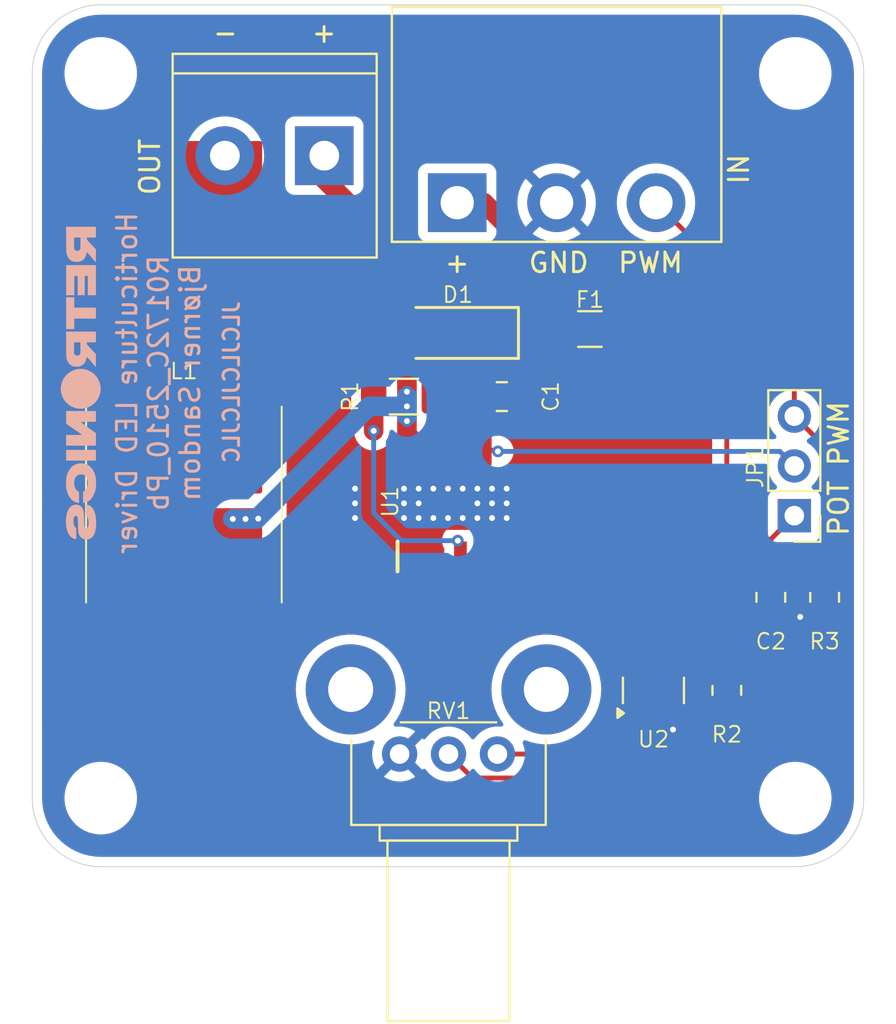
<source format=kicad_pcb>
(kicad_pcb (version 20240108) (generator "pcbnew") (generator_version "8.0")
  (layers (0 "F.Cu" signal) (31 "B.Cu" signal) (34 "B.Paste" user) (35 "F.Paste" user) (36 "B.SilkS" user "B.Silkscreen") (37 "F.SilkS" user "F.Silkscreen") (38 "B.Mask" user) (39 "F.Mask" user) (44 "Edge.Cuts" user))
  (net 0 "")
  (net 1 "GND")
  (net 2 "VDC")
  (net 3 "Net-(U2-K)")
  (net 4 "Net-(D1-A)")
  (net 6 "PWM")
  (net 7 "Net-(JP1-A)")
  (net 8 "Net-(JP1-C)")
  (net 9 "Net-(J2-Pin_1)")
  (net 10 "/OUT-")
  (net 11 "/OUT+")
  (footprint "Retronics_Passives:Potentiometer_Bourns_PTV09A-2_Single_Horizontal" (layer "F.Cu") (at 118.775 82.25 -90)
    (property "Reference" "RV1" (at -2.2 -2.5 180) (layer "F.SilkS") (effects (font (size 0.8 0.8) (thickness 0.1))))
    (property "Value" "10kΩ")
    (fp_line (start -0.745 2.47) (end 3.62 2.47) (stroke (width 0.12)) (layer "F.SilkS"))
    (fp_line (start 3.62 1.02) (end 4.42 1.02) (stroke (width 0.12)) (layer "F.SilkS"))
    (fp_line (start 4.42 0.62) (end 13.62 0.62) (stroke (width 0.12)) (layer "F.SilkS"))
    (fp_line (start -1.62 -4.944) (end -1.62 -0.055) (stroke (width 0.12)) (layer "F.SilkS"))
    (fp_line (start 4.42 -5.62) (end 4.42 0.62) (stroke (width 0.12)) (layer "F.SilkS"))
    (fp_line (start 4.42 -5.62) (end 13.62 -5.62) (stroke (width 0.12)) (layer "F.SilkS"))
    (fp_line (start 13.62 -5.62) (end 13.62 0.62) (stroke (width 0.12)) (layer "F.SilkS"))
    (fp_line (start 3.62 -6.02) (end 3.62 1.02) (stroke (width 0.12)) (layer "F.SilkS"))
    (fp_line (start 3.62 -6.02) (end 4.42 -6.02) (stroke (width 0.12)) (layer "F.SilkS"))
    (fp_line (start 4.42 -6.02) (end 4.42 1.02) (stroke (width 0.12)) (layer "F.SilkS"))
    (fp_line (start -0.745 -7.47) (end 3.62 -7.47) (stroke (width 0.12)) (layer "F.SilkS"))
    (fp_line (start 3.62 -7.47) (end 3.62 2.47) (stroke (width 0.12)) (layer "F.SilkS"))
    (pad "1" thru_hole circle (at 0 0 270) (size 1.8 1.8) (drill 1) (layers "*.Cu" "*.Mask" "In1.Cu" "In2.Cu" "In3.Cu" "In4.Cu" "In5.Cu" "In6.Cu" "In7.Cu" "In8.Cu" "In9.Cu" "In10.Cu" "In11.Cu" "In12.Cu" "In13.Cu" "In14.Cu" "In15.Cu" "In16.Cu" "In17.Cu" "In18.Cu" "In19.Cu" "In20.Cu" "In21.Cu" "In22.Cu" "In23.Cu" "In24.Cu" "In25.Cu" "In26.Cu" "In27.Cu" "In28.Cu" "In29.Cu" "In30.Cu") (net 1 "GND"))
    (pad "2" thru_hole circle (at 0 -2.5 270) (size 1.8 1.8) (drill 1) (layers "*.Cu" "*.Mask" "In1.Cu" "In2.Cu" "In3.Cu" "In4.Cu" "In5.Cu" "In6.Cu" "In7.Cu" "In8.Cu" "In9.Cu" "In10.Cu" "In11.Cu" "In12.Cu" "In13.Cu" "In14.Cu" "In15.Cu" "In16.Cu" "In17.Cu" "In18.Cu" "In19.Cu" "In20.Cu" "In21.Cu" "In22.Cu" "In23.Cu" "In24.Cu" "In25.Cu" "In26.Cu" "In27.Cu" "In28.Cu" "In29.Cu" "In30.Cu") (net 7 "Net-(JP1-A)"))
    (pad "3" thru_hole circle (at 0 -5 270) (size 1.8 1.8) (drill 1) (layers "*.Cu" "*.Mask" "In1.Cu" "In2.Cu" "In3.Cu" "In4.Cu" "In5.Cu" "In6.Cu" "In7.Cu" "In8.Cu" "In9.Cu" "In10.Cu" "In11.Cu" "In12.Cu" "In13.Cu" "In14.Cu" "In15.Cu" "In16.Cu" "In17.Cu" "In18.Cu" "In19.Cu" "In20.Cu" "In21.Cu" "In22.Cu" "In23.Cu" "In24.Cu" "In25.Cu" "In26.Cu" "In27.Cu" "In28.Cu" "In29.Cu" "In30.Cu") (net 3 "Net-(U2-K)"))
    (pad "4" thru_hole circle (at -3.3 -7.5 270) (size 4.6 4.6) (drill 2.3) (layers "*.Cu" "*.Mask" "In1.Cu" "In2.Cu" "In3.Cu" "In4.Cu" "In5.Cu" "In6.Cu" "In7.Cu" "In8.Cu" "In9.Cu" "In10.Cu" "In11.Cu" "In12.Cu" "In13.Cu" "In14.Cu" "In15.Cu" "In16.Cu" "In17.Cu" "In18.Cu" "In19.Cu" "In20.Cu" "In21.Cu" "In22.Cu" "In23.Cu" "In24.Cu" "In25.Cu" "In26.Cu" "In27.Cu" "In28.Cu" "In29.Cu" "In30.Cu"))
    (pad "4" thru_hole circle (at -3.3 2.5 270) (size 4.6 4.6) (drill 2.3) (layers "*.Cu" "*.Mask" "In1.Cu" "In2.Cu" "In3.Cu" "In4.Cu" "In5.Cu" "In6.Cu" "In7.Cu" "In8.Cu" "In9.Cu" "In10.Cu" "In11.Cu" "In12.Cu" "In13.Cu" "In14.Cu" "In15.Cu" "In16.Cu" "In17.Cu" "In18.Cu" "In19.Cu" "In20.Cu" "In21.Cu" "In22.Cu" "In23.Cu" "In24.Cu" "In25.Cu" "In26.Cu" "In27.Cu" "In28.Cu" "In29.Cu" "In30.Cu"))
  )
  (footprint "Capacitor_SMD:C_0805_2012Metric_Pad1.18x1.45mm_HandSolder" (layer "F.Cu") (at 124 64)
    (property "Reference" "C1" (at 2.5 0 90) (layer "F.SilkS") (effects (font (size 0.8 0.8) (thickness 0.1))))
    (property "Value" "10µF 50V")
    (fp_line (start -0.261252 -0.735) (end 0.261252 -0.735) (stroke (width 0.12)) (layer "F.SilkS"))
    (fp_line (start -0.261252 0.735) (end 0.261252 0.735) (stroke (width 0.12)) (layer "F.SilkS"))
    (pad "1" smd roundrect (at -1.0375 0) (size 1.175 1.45) (layers "F.Cu" "F.Paste" "F.Mask") (roundrect_rratio 0.212766) (net 2 "VDC"))
    (pad "2" smd roundrect (at 1.0375 0) (size 1.175 1.45) (layers "F.Cu" "F.Paste" "F.Mask") (roundrect_rratio 0.212766) (net 1 "GND"))
  )
  (footprint "Retronics_Connectors:Pluggable_DB2ERC-5.08-3P-BK" (layer "F.Cu") (at 121.72 54.1)
    (property "Reference" "J2" (hide yes))
    (property "Value" "DC IN 19V")
    (fp_line (start -3.34 -10) (end 13.5 -10) (stroke (width 0.127)) (layer "F.SilkS"))
    (fp_line (start -3.34 2) (end -3.34 -10) (stroke (width 0.127)) (layer "F.SilkS"))
    (fp_line (start 13.5 -10) (end 13.5 2) (stroke (width 0.127)) (layer "F.SilkS"))
    (fp_line (start 13.5 2) (end -3.34 2) (stroke (width 0.127)) (layer "F.SilkS"))
    (pad "1" thru_hole rect (at 0 0) (size 3 3) (drill 1.7) (layers "*.Cu" "*.Mask" "In1.Cu" "In2.Cu" "In3.Cu" "In4.Cu" "In5.Cu" "In6.Cu" "In7.Cu" "In8.Cu" "In9.Cu" "In10.Cu" "In11.Cu" "In12.Cu" "In13.Cu" "In14.Cu" "In15.Cu" "In16.Cu" "In17.Cu" "In18.Cu" "In19.Cu" "In20.Cu" "In21.Cu" "In22.Cu" "In23.Cu" "In24.Cu" "In25.Cu" "In26.Cu" "In27.Cu" "In28.Cu" "In29.Cu" "In30.Cu") (net 9 "Net-(J2-Pin_1)"))
    (pad "2" thru_hole circle (at 5.08 0) (size 3 3) (drill 1.7) (layers "*.Cu" "*.Mask" "In1.Cu" "In2.Cu" "In3.Cu" "In4.Cu" "In5.Cu" "In6.Cu" "In7.Cu" "In8.Cu" "In9.Cu" "In10.Cu" "In11.Cu" "In12.Cu" "In13.Cu" "In14.Cu" "In15.Cu" "In16.Cu" "In17.Cu" "In18.Cu" "In19.Cu" "In20.Cu" "In21.Cu" "In22.Cu" "In23.Cu" "In24.Cu" "In25.Cu" "In26.Cu" "In27.Cu" "In28.Cu" "In29.Cu" "In30.Cu") (net 1 "GND"))
    (pad "3" thru_hole circle (at 10.16 0) (size 3 3) (drill 1.7) (layers "*.Cu" "*.Mask" "In1.Cu" "In2.Cu" "In3.Cu" "In4.Cu" "In5.Cu" "In6.Cu" "In7.Cu" "In8.Cu" "In9.Cu" "In10.Cu" "In11.Cu" "In12.Cu" "In13.Cu" "In14.Cu" "In15.Cu" "In16.Cu" "In17.Cu" "In18.Cu" "In19.Cu" "In20.Cu" "In21.Cu" "In22.Cu" "In23.Cu" "In24.Cu" "In25.Cu" "In26.Cu" "In27.Cu" "In28.Cu" "In29.Cu" "In30.Cu") (net 6 "PWM"))
  )
  (footprint "Retronics_Passives:R_0805_2012Metric_Pad1.20x1.40mm_HandSolder" (layer "F.Cu") (at 140.5 74.25 -90)
    (property "Reference" "R3" (at 2.25 0 180) (layer "F.SilkS") (effects (font (size 0.8 0.8) (thickness 0.1))))
    (property "Value" "100kΩ")
    (fp_line (start -0.227064 0.735) (end 0.227064 0.735) (stroke (width 0.12)) (layer "F.SilkS"))
    (fp_line (start -0.227064 -0.735) (end 0.227064 -0.735) (stroke (width 0.12)) (layer "F.SilkS"))
    (pad "1" smd roundrect (at -1 0 270) (size 1.2 1.4) (layers "F.Cu" "F.Paste" "F.Mask") (roundrect_rratio 0.208333) (net 6 "PWM"))
    (pad "2" smd roundrect (at 1 0 270) (size 1.2 1.4) (layers "F.Cu" "F.Paste" "F.Mask") (roundrect_rratio 0.208333) (net 1 "GND"))
  )
  (footprint "MountingHole:MountingHole_3.2mm_M3" (layer "F.Cu") (at 139 47.5)
    (property "Reference" "H2" (hide yes))
    (property "Value" "MountingHole")
    (pad "" np_thru_hole circle (at 0 0) (size 3.2 3.2) (drill 3.2) (layers "*.Cu" "*.Mask" "In1.Cu" "In2.Cu" "In3.Cu" "In4.Cu" "In5.Cu" "In6.Cu" "In7.Cu" "In8.Cu" "In9.Cu" "In10.Cu" "In11.Cu" "In12.Cu" "In13.Cu" "In14.Cu" "In15.Cu" "In16.Cu" "In17.Cu" "In18.Cu" "In19.Cu" "In20.Cu" "In21.Cu" "In22.Cu" "In23.Cu" "In24.Cu" "In25.Cu" "In26.Cu" "In27.Cu" "In28.Cu" "In29.Cu" "In30.Cu"))
  )
  (footprint "Retronics_Passives:R_0805_2012Metric_Pad1.20x1.40mm_HandSolder" (layer "F.Cu") (at 135.5 79 90)
    (property "Reference" "R2" (at -2.25 0 180) (layer "F.SilkS") (effects (font (size 0.8 0.8) (thickness 0.1))))
    (property "Value" "10kΩ")
    (fp_line (start -0.227064 -0.735) (end 0.227064 -0.735) (stroke (width 0.12)) (layer "F.SilkS"))
    (fp_line (start -0.227064 0.735) (end 0.227064 0.735) (stroke (width 0.12)) (layer "F.SilkS"))
    (pad "1" smd roundrect (at -1 0 90) (size 1.2 1.4) (layers "F.Cu" "F.Paste" "F.Mask") (roundrect_rratio 0.208333) (net 3 "Net-(U2-K)"))
    (pad "2" smd roundrect (at 1 0 90) (size 1.2 1.4) (layers "F.Cu" "F.Paste" "F.Mask") (roundrect_rratio 0.208333) (net 2 "VDC"))
  )
  (footprint "Retronics_IC:SOIC127P600X155-9N" (layer "F.Cu") (at 121.25 69.45 90)
    (property "Reference" "U1" (at 0.075 -2.955 90) (layer "F.SilkS") (effects (font (size 0.8 0.8) (thickness 0.1))))
    (property "Value" "AL8843SP-13" (hide yes))
    (fp_line (start -3.475 -2.58) (end -1.95 -2.58) (stroke (width 0.2)) (layer "F.SilkS"))
    (pad "1" smd rect (at -2.712 -1.905 180) (size 0.65 1.525) (layers "F.Cu" "F.Paste" "F.Mask") (net 1 "GND"))
    (pad "2" smd rect (at -2.712 -0.635 180) (size 0.65 1.525) (layers "F.Cu" "F.Paste" "F.Mask") (net 1 "GND"))
    (pad "3" smd rect (at -2.712 0.635 180) (size 0.65 1.525) (layers "F.Cu" "F.Paste" "F.Mask") (net 11 "/OUT+"))
    (pad "4" smd rect (at -2.712 1.905 180) (size 0.65 1.525) (layers "F.Cu" "F.Paste" "F.Mask"))
    (pad "5" smd rect (at 2.712 1.905 180) (size 0.65 1.525) (layers "F.Cu" "F.Paste" "F.Mask") (net 8 "Net-(JP1-C)"))
    (pad "6" smd rect (at 2.712 0.635 180) (size 0.65 1.525) (layers "F.Cu" "F.Paste" "F.Mask") (net 2 "VDC"))
    (pad "7" smd rect (at 2.712 -0.635 180) (size 0.65 1.525) (layers "F.Cu" "F.Paste" "F.Mask") (net 4 "Net-(D1-A)"))
    (pad "8" smd rect (at 2.712 -1.905 180) (size 0.65 1.525) (layers "F.Cu" "F.Paste" "F.Mask") (net 4 "Net-(D1-A)"))
    (pad "9" smd rect (at 0 0 90) (size 2.71 3.402) (layers "F.Cu" "F.Paste" "F.Mask") (net 1 "GND"))
  )
  (footprint "Retronics_Discrete:SDT5A50SAF-13" (layer "F.Cu") (at 121.75 60.75 180)
    (property "Reference" "D1" (at 0 1.95 180) (layer "F.SilkS") (effects (font (size 0.8 0.8) (thickness 0.1))))
    (property "Value" "SDT5A50SAF" (hide yes))
    (fp_line (start -3.1 1.3) (end 2.138 1.3) (stroke (width 0.15)) (layer "F.SilkS"))
    (fp_line (start -3.1 -1.3) (end 2.138 -1.3) (stroke (width 0.15)) (layer "F.SilkS"))
    (fp_line (start -3.1 -1.3) (end -3.1 1.3) (stroke (width 0.15)) (layer "F.SilkS"))
    (pad "1" smd rect (at -2.1 0 270) (size 1.67 1.82) (layers "F.Cu" "F.Paste" "F.Mask") (net 2 "VDC"))
    (pad "2" smd rect (at 2.1 0 270) (size 1.67 1.82) (layers "F.Cu" "F.Paste" "F.Mask") (net 4 "Net-(D1-A)"))
  )
  (footprint "Retronics_Passives:R_1206_3216Metric_Pad1.30x1.75mm_HandSolder" (layer "F.Cu") (at 119 64 180)
    (property "Reference" "R1" (at 2.75 0 -90) (layer "F.SilkS") (effects (font (size 0.8 0.8) (thickness 0.1))))
    (property "Value" "50mΩ")
    (fp_line (start -0.727064 0.91) (end 0.727064 0.91) (stroke (width 0.12)) (layer "F.SilkS"))
    (fp_line (start -0.727064 -0.91) (end 0.727064 -0.91) (stroke (width 0.12)) (layer "F.SilkS"))
    (pad "1" smd roundrect (at -1.55 0 180) (size 1.3 1.75) (layers "F.Cu" "F.Paste" "F.Mask") (roundrect_rratio 0.192308) (net 2 "VDC"))
    (pad "2" smd roundrect (at 1.55 0 180) (size 1.3 1.75) (layers "F.Cu" "F.Paste" "F.Mask") (roundrect_rratio 0.192308) (net 11 "/OUT+"))
  )
  (footprint "MountingHole:MountingHole_3.2mm_M3" (layer "F.Cu") (at 103.5 84.5)
    (property "Reference" "H4" (hide yes))
    (property "Value" "MountingHole")
    (pad "" np_thru_hole circle (at 0 0) (size 3.2 3.2) (drill 3.2) (layers "*.Cu" "*.Mask" "In1.Cu" "In2.Cu" "In3.Cu" "In4.Cu" "In5.Cu" "In6.Cu" "In7.Cu" "In8.Cu" "In9.Cu" "In10.Cu" "In11.Cu" "In12.Cu" "In13.Cu" "In14.Cu" "In15.Cu" "In16.Cu" "In17.Cu" "In18.Cu" "In19.Cu" "In20.Cu" "In21.Cu" "In22.Cu" "In23.Cu" "In24.Cu" "In25.Cu" "In26.Cu" "In27.Cu" "In28.Cu" "In29.Cu" "In30.Cu"))
  )
  (footprint "Connector_PinHeader_2.54mm:PinHeader_1x03_P2.54mm_Vertical" (layer "F.Cu") (at 138.95 70.08 180)
    (property "Reference" "JP1" (at 2 2.48 -90) (layer "F.SilkS") (effects (font (size 0.8 0.8) (thickness 0.1))))
    (property "Value" "Pot | PWM")
    (fp_line (start 1.33 1.27) (end 1.33 6.41) (stroke (width 0.12)) (layer "F.SilkS"))
    (fp_line (start -1.33 6.41) (end 1.33 6.41) (stroke (width 0.12)) (layer "F.SilkS"))
    (fp_line (start -1.33 1.27) (end 1.33 1.27) (stroke (width 0.12)) (layer "F.SilkS"))
    (fp_line (start -1.33 1.27) (end -1.33 6.41) (stroke (width 0.12)) (layer "F.SilkS"))
    (fp_line (start -1.33 0) (end -1.33 -1.33) (stroke (width 0.12)) (layer "F.SilkS"))
    (fp_line (start -1.33 -1.33) (end 0 -1.33) (stroke (width 0.12)) (layer "F.SilkS"))
    (pad "1" thru_hole rect (at 0 0 180) (size 1.7 1.7) (drill 1) (layers "*.Cu" "*.Mask" "In1.Cu" "In2.Cu" "In3.Cu" "In4.Cu" "In5.Cu" "In6.Cu" "In7.Cu" "In8.Cu" "In9.Cu" "In10.Cu" "In11.Cu" "In12.Cu" "In13.Cu" "In14.Cu" "In15.Cu" "In16.Cu" "In17.Cu" "In18.Cu" "In19.Cu" "In20.Cu" "In21.Cu" "In22.Cu" "In23.Cu" "In24.Cu" "In25.Cu" "In26.Cu" "In27.Cu" "In28.Cu" "In29.Cu" "In30.Cu") (net 7 "Net-(JP1-A)"))
    (pad "2" thru_hole oval (at 0 2.54 180) (size 1.7 1.7) (drill 1) (layers "*.Cu" "*.Mask" "In1.Cu" "In2.Cu" "In3.Cu" "In4.Cu" "In5.Cu" "In6.Cu" "In7.Cu" "In8.Cu" "In9.Cu" "In10.Cu" "In11.Cu" "In12.Cu" "In13.Cu" "In14.Cu" "In15.Cu" "In16.Cu" "In17.Cu" "In18.Cu" "In19.Cu" "In20.Cu" "In21.Cu" "In22.Cu" "In23.Cu" "In24.Cu" "In25.Cu" "In26.Cu" "In27.Cu" "In28.Cu" "In29.Cu" "In30.Cu") (net 8 "Net-(JP1-C)"))
    (pad "3" thru_hole oval (at 0 5.08 180) (size 1.7 1.7) (drill 1) (layers "*.Cu" "*.Mask" "In1.Cu" "In2.Cu" "In3.Cu" "In4.Cu" "In5.Cu" "In6.Cu" "In7.Cu" "In8.Cu" "In9.Cu" "In10.Cu" "In11.Cu" "In12.Cu" "In13.Cu" "In14.Cu" "In15.Cu" "In16.Cu" "In17.Cu" "In18.Cu" "In19.Cu" "In20.Cu" "In21.Cu" "In22.Cu" "In23.Cu" "In24.Cu" "In25.Cu" "In26.Cu" "In27.Cu" "In28.Cu" "In29.Cu" "In30.Cu") (net 6 "PWM"))
  )
  (footprint "MountingHole:MountingHole_3.2mm_M3" (layer "F.Cu") (at 103.5 47.5)
    (property "Reference" "H3" (hide yes))
    (property "Value" "MountingHole")
    (pad "" np_thru_hole circle (at 0 0) (size 3.2 3.2) (drill 3.2) (layers "*.Cu" "*.Mask" "In1.Cu" "In2.Cu" "In3.Cu" "In4.Cu" "In5.Cu" "In6.Cu" "In7.Cu" "In8.Cu" "In9.Cu" "In10.Cu" "In11.Cu" "In12.Cu" "In13.Cu" "In14.Cu" "In15.Cu" "In16.Cu" "In17.Cu" "In18.Cu" "In19.Cu" "In20.Cu" "In21.Cu" "In22.Cu" "In23.Cu" "In24.Cu" "In25.Cu" "In26.Cu" "In27.Cu" "In28.Cu" "In29.Cu" "In30.Cu"))
  )
  (footprint "Retronics_Passives:ETQ-P4M_KVC" (layer "F.Cu") (at 107.75 69.513 -90)
    (property "Reference" "L1" (at -6.813 0 180) (layer "F.SilkS") (effects (font (size 0.8 0.8) (thickness 0.1))))
    (property "Value" "ETQP4M470KVC" (hide yes))
    (fp_line (start 5 5) (end -5 5) (stroke (width 0.1)) (layer "F.SilkS"))
    (fp_line (start -5 -5) (end 5 -5) (stroke (width 0.1)) (layer "F.SilkS"))
    (pad "1" smd rect (at -4.313 0) (size 3.251 3.439) (layers "F.Cu" "F.Paste" "F.Mask") (net 10 "/OUT-"))
    (pad "2" smd rect (at 4.313 0) (size 3.251 3.439) (layers "F.Cu" "F.Paste" "F.Mask") (net 4 "Net-(D1-A)"))
  )
  (footprint "Retronics_Connectors:ScrewTerminal_DB128L-5.08-2P-BK-S" (layer "F.Cu") (at 114.925 51.7 180)
    (property "Reference" "J1" (hide yes))
    (property "Value" "Conn_01x02")
    (fp_line (start 7.75 5.2) (end 7.75 -5.2) (stroke (width 0.12)) (layer "F.SilkS"))
    (fp_line (start 7.75 -5.2) (end -2.68 -5.2) (stroke (width 0.12)) (layer "F.SilkS"))
    (fp_line (start 7.7 4.2) (end -2.65 4.2) (stroke (width 0.12)) (layer "F.SilkS"))
    (fp_line (start -2.68 5.2) (end 7.75 5.2) (stroke (width 0.12)) (layer "F.SilkS"))
    (fp_line (start -2.68 -5.2) (end -2.68 5.2) (stroke (width 0.12)) (layer "F.SilkS"))
    (pad "1" thru_hole rect (at 0 0 180) (size 3 3) (drill 1.52) (layers "*.Cu" "*.Mask" "In1.Cu" "In2.Cu" "In3.Cu" "In4.Cu" "In5.Cu" "In6.Cu" "In7.Cu" "In8.Cu" "In9.Cu" "In10.Cu" "In11.Cu" "In12.Cu" "In13.Cu" "In14.Cu" "In15.Cu" "In16.Cu" "In17.Cu" "In18.Cu" "In19.Cu" "In20.Cu" "In21.Cu" "In22.Cu" "In23.Cu" "In24.Cu" "In25.Cu" "In26.Cu" "In27.Cu" "In28.Cu" "In29.Cu" "In30.Cu") (net 11 "/OUT+"))
    (pad "2" thru_hole circle (at 5.08 0 180) (size 3 3) (drill 1.52) (layers "*.Cu" "*.Mask" "In1.Cu" "In2.Cu" "In3.Cu" "In4.Cu" "In5.Cu" "In6.Cu" "In7.Cu" "In8.Cu" "In9.Cu" "In10.Cu" "In11.Cu" "In12.Cu" "In13.Cu" "In14.Cu" "In15.Cu" "In16.Cu" "In17.Cu" "In18.Cu" "In19.Cu" "In20.Cu" "In21.Cu" "In22.Cu" "In23.Cu" "In24.Cu" "In25.Cu" "In26.Cu" "In27.Cu" "In28.Cu" "In29.Cu" "In30.Cu") (net 10 "/OUT-"))
  )
  (footprint "MountingHole:MountingHole_3.2mm_M3" (layer "F.Cu") (at 139 84.5)
    (property "Reference" "H1" (hide yes))
    (property "Value" "MountingHole")
    (pad "" np_thru_hole circle (at 0 0) (size 3.2 3.2) (drill 3.2) (layers "*.Cu" "*.Mask" "In1.Cu" "In2.Cu" "In3.Cu" "In4.Cu" "In5.Cu" "In6.Cu" "In7.Cu" "In8.Cu" "In9.Cu" "In10.Cu" "In11.Cu" "In12.Cu" "In13.Cu" "In14.Cu" "In15.Cu" "In16.Cu" "In17.Cu" "In18.Cu" "In19.Cu" "In20.Cu" "In21.Cu" "In22.Cu" "In23.Cu" "In24.Cu" "In25.Cu" "In26.Cu" "In27.Cu" "In28.Cu" "In29.Cu" "In30.Cu"))
  )
  (footprint "Retronics_Hardware:Heatsink-573300D00000G" (layer "F.Cu") (at 121.25 70.45 90)
    (property "Reference" "HS1" (hide yes))
    (property "Value" "573300D00000G" (hide yes))
    (pad "1" smd rect (at 1 -7 180) (size 1.4 13) (layers "F.Cu" "F.Paste" "F.Mask") (net 1 "GND"))
    (pad "1" smd rect (at 1 7 180) (size 1.4 13) (layers "F.Cu" "F.Paste" "F.Mask") (net 1 "GND"))
  )
  (footprint "Resistor_SMD:R_0805_2012Metric_Pad1.20x1.40mm_HandSolder" (layer "F.Cu") (at 137.75 74.25 -90)
    (property "Reference" "C2" (at 2.25 0 180) (layer "F.SilkS") (effects (font (size 0.8 0.8) (thickness 0.1))))
    (property "Value" "1µF")
    (fp_line (start -0.227064 0.735) (end 0.227064 0.735) (stroke (width 0.12)) (layer "F.SilkS"))
    (fp_line (start -0.227064 -0.735) (end 0.227064 -0.735) (stroke (width 0.12)) (layer "F.SilkS"))
    (pad "1" smd roundrect (at -1 0 270) (size 1.2 1.4) (layers "F.Cu" "F.Paste" "F.Mask") (roundrect_rratio 0.208333) (net 7 "Net-(JP1-A)"))
    (pad "2" smd roundrect (at 1 0 270) (size 1.2 1.4) (layers "F.Cu" "F.Paste" "F.Mask") (roundrect_rratio 0.208333) (net 1 "GND"))
  )
  (footprint "Package_TO_SOT_SMD:SOT-23" (layer "F.Cu") (at 131.75 79 90)
    (property "Reference" "U2" (at -2.5 0 0) (layer "F.SilkS") (effects (font (size 0.8 0.8) (thickness 0.1))))
    (property "Value" "LM4040DYM3-2.5")
    (fp_line (start 0 -1.56) (end 0.65 -1.56) (stroke (width 0.12)) (layer "F.SilkS"))
    (fp_line (start 0 -1.56) (end -0.65 -1.56) (stroke (width 0.12)) (layer "F.SilkS"))
    (fp_line (start 0 1.56) (end 0.65 1.56) (stroke (width 0.12)) (layer "F.SilkS"))
    (fp_line (start 0 1.56) (end -0.65 1.56) (stroke (width 0.12)) (layer "F.SilkS"))
    (fp_poly (pts (xy -1.1625 -1.51) (xy -1.4025 -1.84) (xy -0.9225 -1.84) (xy -1.1625 -1.51)) (stroke (width 0.12)) (fill solid) (layer "F.SilkS"))
    (pad "1" smd roundrect (at -0.9375 -0.95 90) (size 1.475 0.6) (layers "F.Cu" "F.Paste" "F.Mask") (net 3 "Net-(U2-K)"))
    (pad "2" smd roundrect (at -0.9375 0.95 90) (size 1.475 0.6) (layers "F.Cu" "F.Paste" "F.Mask") (net 1 "GND"))
    (pad "3" smd roundrect (at 0.9375 0 90) (size 1.475 0.6) (layers "F.Cu" "F.Paste" "F.Mask"))
  )
  (footprint "Retronics_Protection:Fuse_1206_3216Metric_Pad1.42x1.75mm_HandSolder" (layer "F.Cu") (at 128.5 60.55 180)
    (property "Reference" "F1" (at 0 1.5 180) (layer "F.SilkS") (effects (font (size 0.8 0.8) (thickness 0.1))))
    (property "Value" "T3A")
    (fp_line (start -0.602064 0.91) (end 0.602064 0.91) (stroke (width 0.12)) (layer "F.SilkS"))
    (fp_line (start -0.602064 -0.91) (end 0.602064 -0.91) (stroke (width 0.12)) (layer "F.SilkS"))
    (pad "1" smd roundrect (at -1.4875 0 180) (size 1.425 1.75) (layers "F.Cu" "F.Paste" "F.Mask") (roundrect_rratio 0.175439) (net 9 "Net-(J2-Pin_1)"))
    (pad "2" smd roundrect (at 1.4875 0 180) (size 1.425 1.75) (layers "F.Cu" "F.Paste" "F.Mask") (roundrect_rratio 0.175439) (net 2 "VDC"))
  )
  (footprint "Icons_Graphics:retronics_logo_18mm" (layer "B.Cu") (at 102.45 63.313 -90)
    (property "Reference" "G***" (hide yes))
    (property "Value" "LOGO" (hide yes))
    (fp_poly (pts (xy 3.955266 -0.805436) (xy 3.40872 -0.805436) (xy 3.40872 0.71914) (xy 3.955266 0.71914)) (fill solid) (layer "B.SilkS"))
    (fp_poly (pts (xy -2.761495 0.302039) (xy -3.293658 0.302039) (xy -3.293658 -0.805436) (xy -3.854587 -0.805436) (xy -3.854587 0.302039) (xy -4.38675 0.302039) (xy -4.38675 0.71914) (xy -2.761495 0.71914)) (fill solid) (layer "B.SilkS"))
    (fp_poly (pts (xy -4.48743 0.302416) (xy -4.98004 0.298632) (xy -5.472651 0.294847) (xy -5.481277 0.129445) (xy -4.48743 0.129445) (xy -4.48743 -0.229747) (xy -4.98004 -0.233531) (xy -5.472651 -0.237316) (xy -5.476998 -0.312825) (xy -5.481345 -0.388335) (xy -4.48743 -0.388335) (xy -4.48743 -0.805436) (xy -6.026388 -0.805436) (xy -6.026388 0.71914) (xy -4.48743 0.71914)) (fill solid) (layer "B.SilkS"))
    (fp_poly (pts (xy 3.192978 -0.805436) (xy 2.872961 -0.805087) (xy 2.552944 -0.804739) (xy 2.280299 -0.423734) (xy 2.214135 -0.332041) (xy 2.152853 -0.248582) (xy 2.098533 -0.176073) (xy 2.053252 -0.117232) (xy 2.019088 -0.074775) (xy 1.998121 -0.051418) (xy 1.992644 -0.047726) (xy 1.987361 -0.063863) (xy 1.98283 -0.10803) (xy 1.979086 -0.1795) (xy 1.976165 -0.277548) (xy 1.974102 -0.401446) (xy 1.973798 -0.429079) (xy 1.969964 -0.805436) (xy 1.423895 -0.805436) (xy 1.423895 0.71914) (xy 1.751104 0.718799) (xy 2.078312 0.718459) (xy 2.344394 0.32352) (xy 2.408635 0.22894) (xy 2.468368 0.142469) (xy 2.521582 0.066903) (xy 2.566267 0.00504) (xy 2.600413 -0.040323) (xy 2.622008 -0.06639) (xy 2.628454 -0.071666) (xy 2.63402 -0.065491) (xy 2.638394 -0.045108) (xy 2.641692 -0.007986) (xy 2.644028 0.048404) (xy 2.645517 0.126594) (xy 2.646275 0.229114) (xy 2.646432 0.323613) (xy 2.646432 0.71914) (xy 3.192978 0.71914)) (fill solid) (layer "B.SilkS"))
    (fp_poly (pts (xy 0.396381 0.986764) (xy 0.497528 0.971676) (xy 0.562636 0.95378) (xy 0.640126 0.926853) (xy 0.717076 0.89555) (xy 0.747204 0.881701) (xy 0.813643 0.847917) (xy 0.867514 0.815016) (xy 0.917634 0.776569) (xy 0.97282 0.726144) (xy 1.007961 0.69154) (xy 1.067562 0.629926) (xy 1.111702 0.578155) (xy 1.14681 0.527411) (xy 1.179317 0.468877) (xy 1.198121 0.430784) (xy 1.25434 0.297431) (xy 1.28943 0.1717) (xy 1.30539 0.04411) (xy 1.305202 -0.077163) (xy 1.283079 -0.246235) (xy 1.235265 -0.405192) (xy 1.163705 -0.551795) (xy 1.070343 -0.683805) (xy 0.957124 -0.798984) (xy 0.825993 -0.895094) (xy 0.678894 -0.969895) (xy 0.517771 -1.02115) (xy 0.477875 -1.029575) (xy 0.394573 -1.041211) (xy 0.303279 -1.047051) (xy 0.215925 -1.04673) (xy 0.144443 -1.039883) (xy 0.143827 -1.039777) (xy -0.027482 -0.996382) (xy -0.185131 -0.928824) (xy -0.327192 -0.838507) (xy -0.451737 -0.726835) (xy -0.556839 -0.595212) (xy -0.623335 -0.48109) (xy -0.685736 -0.326396) (xy -0.721165 -0.16846) (xy -0.730784 -0.010032) (xy -0.715754 0.146135) (xy -0.677238 0.297291) (xy -0.616396 0.440685) (xy -0.534392 0.573564) (xy -0.432388 0.693179) (xy -0.311544 0.796778) (xy -0.173023 0.881609) (xy -0.021575 0.943777) (xy 0.111868 0.975467) (xy 0.254957 0.989999)) (fill solid) (layer "B.SilkS"))
    (fp_poly (pts (xy -7.360391 0.719031) (xy -7.214601 0.718652) (xy -7.078431 0.71761) (xy -6.95497 0.715971) (xy -6.847304 0.713798) (xy -6.758519 0.711157) (xy -6.691704 0.708113) (xy -6.649946 0.704729) (xy -6.644848 0.704014) (xy -6.518565 0.671802) (xy -6.409212 0.618883) (xy -6.318886 0.546699) (xy -6.249684 0.456691) (xy -6.22947 0.418345) (xy -6.211939 0.377559) (xy -6.200811 0.339872) (xy -6.194687 0.296666) (xy -6.192164 0.239323) (xy -6.19179 0.186636) (xy -6.192403 0.11669) (xy -6.195374 0.066614) (xy -6.202402 0.027518) (xy -6.215184 -0.009487) (xy -6.235419 -0.053288) (xy -6.239036 -0.060656) (xy -6.298871 -0.153859) (xy -6.377441 -0.227087) (xy -6.476398 -0.281543) (xy -6.591569 -0.317154) (xy -6.636989 -0.328463) (xy -6.669495 -0.338839) (xy -6.680519 -0.344725) (xy -6.671639 -0.356182) (xy -6.643701 -0.3835) (xy -6.599647 -0.424005) (xy -6.54242 -0.475026) (xy -6.47496 -0.533889) (xy -6.425941 -0.576009) (xy -6.165769 -0.798244) (xy -6.499907 -0.802108) (xy -6.834045 -0.805971) (xy -7.078935 -0.571983) (xy -7.157382 -0.497324) (xy -7.218255 -0.440385) (xy -7.264567 -0.398795) (xy -7.299331 -0.370184) (xy -7.325559 -0.35218) (xy -7.346265 -0.342412) (xy -7.364461 -0.338509) (xy -7.376268 -0.337995) (xy -7.428709 -0.337995) (xy -7.432661 -0.571715) (xy -7.436613 -0.805436) (xy -7.982447 -0.805436) (xy -7.982447 -0.014382) (xy -7.436843 -0.014382) (xy -7.159503 -0.01436) (xy -7.059696 -0.013999) (xy -6.984202 -0.012707) (xy -6.928572 -0.010142) (xy -6.888359 -0.005962) (xy -6.859117 0.000174) (xy -6.836397 0.008608) (xy -6.831824 0.01081) (xy -6.786806 0.047738) (xy -6.760221 0.099328) (xy -6.752345 0.15793) (xy -6.763456 0.215893) (xy -6.79383 0.265568) (xy -6.821768 0.288427) (xy -6.839827 0.298198) (xy -6.860415 0.305321) (xy -6.887956 0.310128) (xy -6.926872 0.312951) (xy -6.981587 0.314122) (xy -7.056522 0.313973) (xy -7.148245 0.312941) (xy -7.428709 0.30923) (xy -7.436843 -0.014382) (xy -7.982447 -0.014382) (xy -7.982447 0.71914)) (fill solid) (layer "B.SilkS"))
    (fp_poly (pts (xy -2.009995 0.719031) (xy -1.864205 0.718652) (xy -1.728035 0.71761) (xy -1.604574 0.715971) (xy -1.496907 0.713798) (xy -1.408123 0.711157) (xy -1.341308 0.708113) (xy -1.299549 0.704729) (xy -1.294451 0.704014) (xy -1.168169 0.671802) (xy -1.058815 0.618883) (xy -0.968489 0.546699) (xy -0.899288 0.456691) (xy -0.879074 0.418345) (xy -0.861542 0.377559) (xy -0.850415 0.339872) (xy -0.844291 0.296666) (xy -0.841767 0.239323) (xy -0.841393 0.186636) (xy -0.842006 0.11669) (xy -0.844978 0.066614) (xy -0.852005 0.027518) (xy -0.864788 -0.009487) (xy -0.885023 -0.053288) (xy -0.88864 -0.060656) (xy -0.948474 -0.153859) (xy -1.027045 -0.227087) (xy -1.126002 -0.281543) (xy -1.241172 -0.317154) (xy -1.286593 -0.328463) (xy -1.319099 -0.338839) (xy -1.330123 -0.344725) (xy -1.321243 -0.356182) (xy -1.293305 -0.3835) (xy -1.249251 -0.424005) (xy -1.192023 -0.475026) (xy -1.124563 -0.533889) (xy -1.075544 -0.576009) (xy -0.815373 -0.798244) (xy -1.149511 -0.802108) (xy -1.483649 -0.805971) (xy -1.728539 -0.571983) (xy -1.806986 -0.497324) (xy -1.867859 -0.440385) (xy -1.914171 -0.398795) (xy -1.948934 -0.370184) (xy -1.975163 -0.35218) (xy -1.995869 -0.342412) (xy -2.014065 -0.338509) (xy -2.025871 -0.337995) (xy -2.078313 -0.337995) (xy -2.082265 -0.571715) (xy -2.086217 -0.805436) (xy -2.63205 -0.805436) (xy -2.63205 -0.014382) (xy -2.086447 -0.014382) (xy -1.809107 -0.01436) (xy -1.7093 -0.013999) (xy -1.633805 -0.012707) (xy -1.578175 -0.010142) (xy -1.537963 -0.005962) (xy -1.508721 0.000174) (xy -1.486001 0.008608) (xy -1.481427 0.01081) (xy -1.43641 0.047738) (xy -1.409824 0.099328) (xy -1.401948 0.15793) (xy -1.413059 0.215893) (xy -1.443434 0.265568) (xy -1.471371 0.288427) (xy -1.489431 0.298198) (xy -1.510019 0.305321) (xy -1.53756 0.310128) (xy -1.576476 0.312951) (xy -1.63119 0.314122) (xy -1.706125 0.313973) (xy -1.797849 0.312941) (xy -2.078313 0.30923) (xy -2.086447 -0.014382) (xy -2.63205 -0.014382) (xy -2.63205 0.71914)) (fill solid) (layer "B.SilkS"))
    (fp_poly (pts (xy 5.268274 0.720805) (xy 5.371739 0.711055) (xy 5.443782 0.698824) (xy 5.596378 0.655029) (xy 5.733297 0.595551) (xy 5.852418 0.522209) (xy 5.95162 0.436823) (xy 6.028782 0.341212) (xy 6.081785 0.237196) (xy 6.108259 0.128723) (xy 6.11669 0.057531) (xy 5.828 0.057531) (xy 5.730006 0.057648) (xy 5.65695 0.058251) (xy 5.605004 0.059722) (xy 5.570341 0.062442) (xy 5.549132 0.066794) (xy 5.537551 0.073158) (xy 5.53177 0.081916) (xy 5.529881 0.087242) (xy 5.514767 0.116084) (xy 5.487985 0.153286) (xy 5.476271 0.167271) (xy 5.406635 0.226219) (xy 5.318218 0.26996) (xy 5.217096 0.297759) (xy 5.109346 0.308883) (xy 5.001045 0.302599) (xy 4.89827 0.278174) (xy 4.825424 0.245818) (xy 4.753806 0.190247) (xy 4.701546 0.117959) (xy 4.669761 0.034478) (xy 4.659567 -0.054672) (xy 4.67208 -0.143965) (xy 4.708419 -0.227877) (xy 4.724795 -0.252067) (xy 4.782225 -0.306774) (xy 4.860097 -0.348939) (xy 4.9526 -0.37777) (xy 5.053922 -0.392478) (xy 5.158248 -0.392272) (xy 5.259768 -0.37636) (xy 5.352668 -0.343951) (xy 5.362999 -0.338897) (xy 5.420507 -0.302334) (xy 5.473028 -0.255952) (xy 5.512822 -0.207423) (xy 5.529881 -0.173538) (xy 5.534211 -0.163455) (xy 5.542451 -0.155955) (xy 5.558431 -0.150657) (xy 5.585978 -0.147179) (xy 5.628922 -0.145139) (xy 5.69109 -0.144156) (xy 5.776311 -0.143848) (xy 5.827868 -0.143828) (xy 6.116425 -0.143828) (xy 6.109362 -0.206486) (xy 6.093734 -0.27431) (xy 6.063443 -0.352286) (xy 6.023388 -0.429483) (xy 5.982013 -0.490562) (xy 5.907191 -0.566575) (xy 5.809642 -0.637222) (xy 5.695323 -0.699256) (xy 5.570196 -0.74943) (xy 5.443884 -0.783748) (xy 5.365682 -0.796097) (xy 5.269733 -0.805505) (xy 5.16505 -0.811621) (xy 5.060646 -0.814093) (xy 4.965533 -0.812569) (xy 4.888724 -0.806698) (xy 4.881345 -0.80571) (xy 4.713206 -0.771125) (xy 4.560767 -0.717984) (xy 4.426259 -0.647576) (xy 4.31191 -0.561188) (xy 4.219949 -0.46011) (xy 4.180987 -0.400914) (xy 4.13122 -0.28819) (xy 4.102556 -0.16259) (xy 4.094832 -0.030609) (xy 4.107882 0.101257) (xy 4.141545 0.226515) (xy 4.195657 0.338669) (xy 4.199779 0.345196) (xy 4.276612 0.440297) (xy 4.377709 0.526182) (xy 4.499395 0.600485) (xy 4.637995 0.660841) (xy 4.739127 0.692469) (xy 4.820045 0.708175) (xy 4.921365 0.718933) (xy 5.035141 0.724672) (xy 5.153426 0.72532)) (fill solid) (layer "B.SilkS"))
    (fp_poly (pts (xy 7.230945 0.722033) (xy 7.354879 0.706754) (xy 7.457522 0.687737) (xy 7.546287 0.663146) (xy 7.628588 0.631144) (xy 7.663413 0.614853) (xy 7.772486 0.54829) (xy 7.859135 0.467067) (xy 7.921748 0.373128) (xy 7.958713 0.26842) (xy 7.961336 0.255295) (xy 7.971264 0.201359) (xy 7.405277 0.201359) (xy 7.370302 0.242925) (xy 7.320652 0.285344) (xy 7.251975 0.315509) (xy 7.161267 0.334448) (xy 7.082134 0.341629) (xy 6.981857 0.342618) (xy 6.904014 0.332441) (xy 6.844152 0.310157) (xy 6.806653 0.283377) (xy 6.778837 0.242457) (xy 6.776172 0.198685) (xy 6.798288 0.159741) (xy 6.81319 0.147755) (xy 6.828411 0.139798) (xy 6.849451 0.133413) (xy 6.879841 0.128309) (xy 6.923112 0.124188) (xy 6.982796 0.120759) (xy 7.062423 0.117725) (xy 7.165525 0.114793) (xy 7.226695 0.11328) (xy 7.344603 0.110214) (xy 7.437913 0.107086) (xy 7.510791 0.10355) (xy 7.567404 0.099257) (xy 7.611917 0.093858) (xy 7.648497 0.087005) (xy 7.68131 0.078351) (xy 7.69479 0.074154) (xy 7.789567 0.033538) (xy 7.862556 -0.021831) (xy 7.918697 -0.096078) (xy 7.934721 -0.126143) (xy 7.956286 -0.174792) (xy 7.96839 -0.218214) (xy 7.973405 -0.268381) (xy 7.973888 -0.323612) (xy 7.968398 -0.410971) (xy 7.954497 -0.477174) (xy 7.948457 -0.49293) (xy 7.906479 -0.562329) (xy 7.846533 -0.629893) (xy 7.778133 -0.68529) (xy 7.762175 -0.695241) (xy 7.664518 -0.740197) (xy 7.543949 -0.77537) (xy 7.404796 -0.800222) (xy 7.251388 -0.814218) (xy 7.088053 -0.816819) (xy 6.919118 -0.80749) (xy 6.884725 -0.804112) (xy 6.728667 -0.778744) (xy 6.587074 -0.737823) (xy 6.463547 -0.682765) (xy 6.361683 -0.614986) (xy 6.328222 -0.585035) (xy 6.277556 -0.525169) (xy 6.236095 -0.456887) (xy 6.208434 -0.389111) (xy 6.199121 -0.334399) (xy 6.19898 -0.287655) (xy 6.747383 -0.287655) (xy 6.782609 -0.329519) (xy 6.831616 -0.369759) (xy 6.902836 -0.399339) (xy 6.998079 -0.418831) (xy 7.094145 -0.427618) (xy 7.206625 -0.428876) (xy 7.293285 -0.418662) (xy 7.354804 -0.396695) (xy 7.39186 -0.362697) (xy 7.405131 -0.316388) (xy 7.40455 -0.299788) (xy 7.395173 -0.263102) (xy 7.370235 -0.238074) (xy 7.349603 -0.226551) (xy 7.327978 -0.217654) (xy 7.300889 -0.211082) (xy 7.263947 -0.206504) (xy 7.212763 -0.203587) (xy 7.142948 -0.202) (xy 7.050113 -0.201412) (xy 7.016244 -0.201381) (xy 6.857422 -0.199599) (xy 6.724161 -0.193858) (xy 6.61345 -0.183524) (xy 6.522276 -0.167964) (xy 6.447628 -0.146545) (xy 6.386494 -0.118633) (xy 6.335862 -0.083596) (xy 6.301965 -0.051174) (xy 6.244563 0.031314) (xy 6.210995 0.125143) (xy 6.201485 0.225217) (xy 6.216259 0.326437) (xy 6.255545 0.423709) (xy 6.279205 0.461865) (xy 6.344186 0.532317) (xy 6.433269 0.593627) (xy 6.542984 0.644846) (xy 6.669859 0.685024) (xy 6.810423 0.713213) (xy 6.961205 0.728464) (xy 7.118733 0.729828)) (fill solid) (layer "B.SilkS"))
  )
  (gr_arc (start 103.5 88) (mid 101.025126 86.974874) (end 100 84.5) (stroke (width 0.05)) (layer "Edge.Cuts"))
  (gr_arc (start 100 47.5) (mid 101.025126 45.025126) (end 103.5 44) (stroke (width 0.05)) (layer "Edge.Cuts"))
  (gr_line (start 142.5 47.5) (end 142.5 84.5) (stroke (width 0.05)) (layer "Edge.Cuts"))
  (gr_arc (start 142.5 84.5) (mid 141.474874 86.974874) (end 139 88) (stroke (width 0.05)) (layer "Edge.Cuts"))
  (gr_line (start 100 84.5) (end 100 47.5) (stroke (width 0.05)) (layer "Edge.Cuts"))
  (gr_arc (start 139 44) (mid 141.474874 45.025126) (end 142.5 47.5) (stroke (width 0.05)) (layer "Edge.Cuts"))
  (gr_line (start 103.5 44) (end 139 44) (stroke (width 0.05)) (layer "Edge.Cuts"))
  (gr_line (start 139 88) (end 103.5 88) (stroke (width 0.05)) (layer "Edge.Cuts"))
  (gr_text "JLCJLCJLCJLC" (at 110.65 59.049435 90) (layer "B.SilkS") (effects (font (size 0.8 0.8) (thickness 0.15) (bold yes)) (justify left bottom mirror)))
  (gr_text "Horticulture LED Driver\nR0172C_2510_Pb\nBjørner Sandom\n" (at 108.65 63.308721 90) (layer "B.SilkS") (effects (font (size 1 1)) (justify bottom mirror)))
  (gr_text "-     +" (at 109.15 46 0) (layer "F.SilkS") (effects (font (size 1 1)) (justify left bottom)))
  (gr_text "OUT" (at 106.6 53.8 90) (layer "F.SilkS") (effects (font (size 1 1)) (justify left bottom)))
  (gr_text "IN" (at 136.70175 53.25 90) (layer "F.SilkS") (effects (font (size 1 1)) (justify left bottom)))
  (gr_text "POT PWM" (at 141.8 71.2 90) (layer "F.SilkS") (effects (font (size 1 1)) (justify left bottom)))
  (gr_text "+    GND  PWM" (at 121 57.75 0) (layer "F.SilkS") (effects (font (size 1 1)) (justify left bottom)))
  (segment (start 132.7 79.9375) (end 132.7 80.95) (width 0.25) (layer "F.Cu") (net 1))
  (segment (start 140.5 75.25) (end 139.25 75.25) (width 0.25) (layer "F.Cu") (net 1))
  (segment (start 132.7 80.95) (end 132.75 81) (width 0.25) (layer "F.Cu") (net 1))
  (segment (start 139.25 75.25) (end 137.75 75.25) (width 0.25) (layer "F.Cu") (net 1))
  (via (at 119.75 70.2) (size 0.6) (drill 0.3) (layers "F.Cu" "B.Cu") (net 1))
  (via (at 121.25 68.7) (size 0.6) (drill 0.3) (layers "F.Cu" "B.Cu") (net 1))
  (via (at 123.5 68.7) (size 0.6) (drill 0.3) (layers "F.Cu" "B.Cu") (net 1))
  (via (at 123.5 70.2) (size 0.6) (drill 0.3) (layers "F.Cu" "B.Cu") (net 1))
  (via (at 122.75 68.7) (size 0.6) (drill 0.3) (layers "F.Cu" "B.Cu") (net 1))
  (via (at 120.5 68.7) (size 0.6) (drill 0.3) (layers "F.Cu" "B.Cu") (net 1))
  (via (at 121.25 70.2) (size 0.6) (drill 0.3) (layers "F.Cu" "B.Cu") (net 1))
  (via (at 116.5 70.2) (size 0.6) (drill 0.3) (layers "F.Cu" "B.Cu") (net 1))
  (via (at 119.75 69.45) (size 0.6) (drill 0.3) (layers "F.Cu" "B.Cu") (net 1))
  (via (at 122 68.7) (size 0.6) (drill 0.3) (layers "F.Cu" "B.Cu") (net 1))
  (via (at 119.75 68.7) (size 0.6) (drill 0.3) (layers "F.Cu" "B.Cu") (net 1))
  (via (at 124.25 70.2) (size 0.6) (drill 0.3) (layers "F.Cu" "B.Cu") (net 1))
  (via (at 119 70.2) (size 0.6) (drill 0.3) (layers "F.Cu" "B.Cu") (net 1))
  (via (at 119 68.7) (size 0.6) (drill 0.3) (layers "F.Cu" "B.Cu") (net 1))
  (via (at 120.5 70.2) (size 0.6) (drill 0.3) (layers "F.Cu" "B.Cu") (net 1))
  (via (at 123.5 69.45) (size 0.6) (drill 0.3) (layers "F.Cu" "B.Cu") (net 1))
  (via (at 122 70.2) (size 0.6) (drill 0.3) (layers "F.Cu" "B.Cu") (net 1))
  (via (at 116.5 68.7) (size 0.6) (drill 0.3) (layers "F.Cu" "B.Cu") (net 1))
  (via (at 122.75 69.45) (size 0.6) (drill 0.3) (layers "F.Cu" "B.Cu") (net 1))
  (via (at 124.25 69.45) (size 0.6) (drill 0.3) (layers "F.Cu" "B.Cu") (net 1))
  (via (at 124.25 68.7) (size 0.6) (drill 0.3) (layers "F.Cu" "B.Cu") (net 1))
  (via (at 119 69.45) (size 0.6) (drill 0.3) (layers "F.Cu" "B.Cu") (net 1))
  (via (at 122.75 70.2) (size 0.6) (drill 0.3) (layers "F.Cu" "B.Cu") (net 1))
  (via (at 132.75 81) (size 0.6) (drill 0.3) (layers "F.Cu" "B.Cu") (net 1))
  (via (at 116.5 69.45) (size 0.6) (drill 0.3) (layers "F.Cu" "B.Cu") (net 1))
  (via (at 139.25 75.25) (size 0.6) (drill 0.3) (layers "F.Cu" "B.Cu") (net 1))
  (segment (start 135.5 78) (end 135.5 62.5) (width 0.25) (layer "F.Cu") (net 2))
  (segment (start 121.75 64.45) (end 120.55 64.45) (width 1) (layer "F.Cu") (net 2))
  (segment (start 135.25 62.25) (end 128.2625 62.25) (width 0.25) (layer "F.Cu") (net 2))
  (segment (start 127.0125 61) (end 124.05 61) (width 1) (layer "F.Cu") (net 2))
  (segment (start 124.05 61) (end 123.85 61.2) (width 1) (layer "F.Cu") (net 2))
  (segment (start 121.75 63.3) (end 123.85 61.2) (width 1) (layer "F.Cu") (net 2))
  (segment (start 121.885 64.585) (end 121.75 64.45) (width 1) (layer "F.Cu") (net 2))
  (segment (start 128.2625 62.25) (end 127.0125 61) (width 0.25) (layer "F.Cu") (net 2))
  (segment (start 121.885 66.738) (end 121.885 64.585) (width 1) (layer "F.Cu") (net 2))
  (segment (start 122.9625 64.45) (end 121.75 64.45) (width 1) (layer "F.Cu") (net 2))
  (segment (start 121.75 64.45) (end 121.75 63.3) (width 1) (layer "F.Cu") (net 2))
  (segment (start 135.5 62.5) (end 135.25 62.25) (width 0.25) (layer "F.Cu") (net 2))
  (segment (start 130.75 82.25) (end 133.25 82.25) (width 0.25) (layer "F.Cu") (net 3))
  (segment (start 130.8 79.9375) (end 130.8 82.2) (width 0.25) (layer "F.Cu") (net 3))
  (segment (start 133.25 82.25) (end 135.5 80) (width 0.25) (layer "F.Cu") (net 3))
  (segment (start 130.8 82.2) (end 130.75 82.25) (width 0.25) (layer "F.Cu") (net 3))
  (segment (start 128.4875 82.25) (end 130.75 82.25) (width 0.25) (layer "F.Cu") (net 3))
  (segment (start 123.775 82.25) (end 128.4875 82.25) (width 0.25) (layer "F.Cu") (net 3))
  (segment (start 119.15 64) (end 119.15 61.7) (width 1) (layer "F.Cu") (net 4))
  (segment (start 119.15 64.5) (end 119.15 64) (width 1) (layer "F.Cu") (net 4))
  (segment (start 119.15 65) (end 119.15 64.5) (width 1) (layer "F.Cu") (net 4))
  (segment (start 119.345 66.738) (end 119.345 66.141142) (width 1) (layer "F.Cu") (net 4))
  (segment (start 119.15 61.7) (end 119.65 61.2) (width 1) (layer "F.Cu") (net 4))
  (segment (start 119.345 66.141142) (end 119.15 65.946142) (width 1) (layer "F.Cu") (net 4))
  (segment (start 120.615 66.738) (end 119.345 66.738) (width 1) (layer "F.Cu") (net 4))
  (segment (start 119.15 65.946142) (end 119.15 65) (width 1) (layer "F.Cu") (net 4))
  (via (at 111.55 70.232537) (size 0.6) (drill 0.3) (layers "F.Cu" "B.Cu") (net 4))
  (via (at 119.15 64.5) (size 0.6) (drill 0.3) (layers "F.Cu" "B.Cu") (net 4))
  (via (at 110.9 70.25) (size 0.6) (drill 0.3) (layers "F.Cu" "B.Cu") (net 4))
  (via (at 110.25 70.25) (size 0.6) (drill 0.3) (layers "F.Cu" "B.Cu") (net 4))
  (via (at 119.15 65.25) (size 0.6) (drill 0.3) (layers "F.Cu" "B.Cu") (net 4))
  (via (at 119.15 63.75) (size 0.6) (drill 0.3) (layers "F.Cu" "B.Cu") (net 4))
  (segment (start 119.15 64.5) (end 117.215075 64.5) (width 1) (layer "B.Cu") (net 4))
  (segment (start 117.215075 64.5) (end 111.465075 70.25) (width 1) (layer "B.Cu") (net 4))
  (segment (start 119.15 64) (end 119.15 65) (width 1) (layer "B.Cu") (net 4))
  (segment (start 111.465075 70.25) (end 110.25 70.25) (width 1) (layer "B.Cu") (net 4))
  (segment (start 140.5 73.25) (end 140.5 66.55) (width 0.25) (layer "F.Cu") (net 6))
  (segment (start 138.95 61.17) (end 131.88 54.1) (width 0.25) (layer "F.Cu") (net 6))
  (segment (start 140.5 66.55) (end 138.95 65) (width 0.25) (layer "F.Cu") (net 6))
  (segment (start 138.95 65) (end 138.95 61.17) (width 0.25) (layer "F.Cu") (net 6))
  (segment (start 136.675 74.325) (end 137.75 73.25) (width 0.25) (layer "F.Cu") (net 7))
  (segment (start 122.5 83.475) (end 133.6451 83.475) (width 0.25) (layer "F.Cu") (net 7))
  (segment (start 133.6451 83.475) (end 136.675 80.4451) (width 0.25) (layer "F.Cu") (net 7))
  (segment (start 121.275 82.25) (end 122.5 83.475) (width 0.25) (layer "F.Cu") (net 7))
  (segment (start 137.75 73.25) (end 137.75 71.28) (width 0.25) (layer "F.Cu") (net 7))
  (segment (start 137.75 71.28) (end 138.95 70.08) (width 0.25) (layer "F.Cu") (net 7))
  (segment (start 136.675 80.4451) (end 136.675 74.325) (width 0.25) (layer "F.Cu") (net 7))
  (segment (start 123.155 66.738) (end 123.738 66.738) (width 0.25) (layer "F.Cu") (net 8))
  (segment (start 123.738 66.738) (end 123.8 66.8) (width 0.25) (layer "F.Cu") (net 8))
  (via (at 123.8 66.8) (size 0.6) (drill 0.3) (layers "F.Cu" "B.Cu") (net 8))
  (segment (start 138.21 66.8) (end 138.95 67.54) (width 0.25) (layer "B.Cu") (net 8))
  (segment (start 123.8 66.8) (end 138.21 66.8) (width 0.25) (layer "B.Cu") (net 8))
  (segment (start 121.72 54.1) (end 123.0875 54.1) (width 1) (layer "F.Cu") (net 9))
  (segment (start 123.0875 54.1) (end 129.9875 61) (width 1) (layer "F.Cu") (net 9))
  (segment (start 121.885 72.162) (end 121.885 71.490002) (width 0.25) (layer "F.Cu") (net 11))
  (segment (start 117.45 65.75) (end 117.45 55.425) (width 1) (layer "F.Cu") (net 11))
  (segment (start 117.45 55.425) (end 114.925 52.9) (width 1) (layer "F.Cu") (net 11))
  (segment (start 121.885 71.490002) (end 121.75 71.355002) (width 0.25) (layer "F.Cu") (net 11))
  (via (at 121.75 71.355002) (size 0.6) (drill 0.3) (layers "F.Cu" "B.Cu") (net 11))
  (via (at 117.45 65.75) (size 0.6) (drill 0.3) (layers "F.Cu" "B.Cu") (net 11))
  (segment (start 118.855002 71.355002) (end 121.75 71.355002) (width 0.25) (layer "B.Cu") (net 11))
  (segment (start 117.45 65.75) (end 117.45 69.95) (width 0.25) (layer "B.Cu") (net 11))
  (segment (start 117.45 69.95) (end 118.855002 71.355002) (width 0.25) (layer "B.Cu") (net 11))
  (zone (net 4) (net_name "Net-(D1-A)") (layer "F.Cu") (priority 1) (connect_pads yes (clearance 0.5)) (min_thickness 0.25) (fill yes (thermal_gap 0.5) (thermal_bridge_width 0.5))
    (polygon (pts (xy 100 69.7) (xy 111.75 69.7) (xy 111.75 80.7) (xy 100 80.7)))
  )
  (zone (net 10) (net_name "/OUT-") (layer "F.Cu") (priority 1) (connect_pads yes (clearance 0.5)) (min_thickness 0.25) (fill yes (thermal_gap 0.5) (thermal_bridge_width 0.5))
    (polygon (pts (xy 100 50.95) (xy 111.75 50.95) (xy 111.75 68.95) (xy 100 68.95)))
  )
  (zone (net 1) (net_name "GND") (layer "F.Cu") (priority 2) (connect_pads yes (clearance 0.5)) (min_thickness 0.25) (fill yes (thermal_gap 0.5) (thermal_bridge_width 0.5))
    (polygon (pts (xy 113 62.45) (xy 134.75 62.45) (xy 134.75 76.45) (xy 113 76.45)))
  )
  (zone (net 1) (net_name "GND") (layer "B.Cu") (connect_pads (clearance 0.5)) (min_thickness 0.25) (fill yes (thermal_gap 0.5) (thermal_bridge_width 0.5))
    (polygon (pts (xy 100 44) (xy 142.5 44) (xy 142.5 88) (xy 100 88)))
  )
)
</source>
